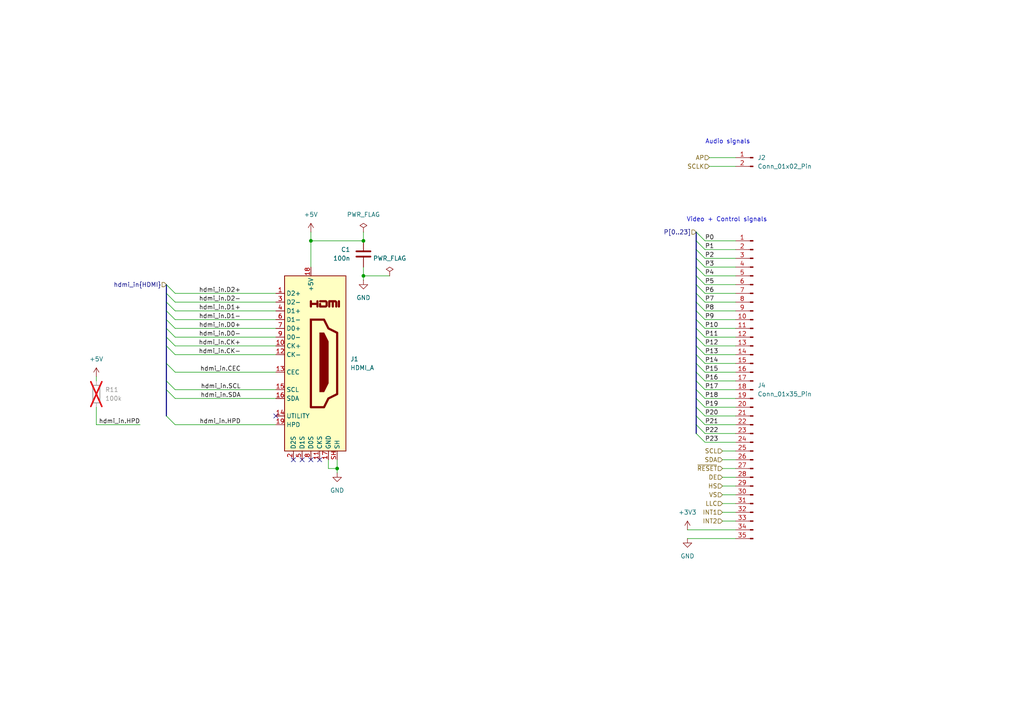
<source format=kicad_sch>
(kicad_sch (version 20231120) (generator "eeschema") (generator_version "8.0")
  (paper "A4")
  (lib_symbols
    (symbol "test_project:Conn_01x02_Pin" (pin_names (offset 1.016) hide)
      (property "Reference" "J" (at 0 2.54 0))
      (property "Value" "Conn_01x02_Pin" (at 0 -5.08 0))
      (symbol "Conn_01x02_Pin_1_1"
        (polyline (pts (xy 1.27 -2.54) (xy 0.8636 -2.54)) (stroke (width 0.1524)))
        (polyline (pts (xy 1.27 0) (xy 0.8636 0)) (stroke (width 0.1524)))
        (rectangle (start 0.8636 -2.413) (end 0 -2.667) (stroke (width 0.1524)) (fill (type outline)))
        (rectangle (start 0.8636 0.127) (end 0 -0.127) (stroke (width 0.1524)) (fill (type outline)))
        (pin passive line (at 5.08 0 180) (length 3.81) (name "Pin_1") (number "1"))
        (pin passive line (at 5.08 -2.54 180) (length 3.81) (name "Pin_2") (number "2"))
      )
    )
    (symbol "test_project:Conn_01x35_Pin" (pin_names (offset 1.016) hide)
      (property "Reference" "J" (at 0 45.72 0))
      (property "Value" "Conn_01x35_Pin" (at 0 -45.72 0))
      (symbol "Conn_01x35_Pin_1_1"
        (polyline (pts (xy 1.27 -43.18) (xy 0.8636 -43.18)) (stroke (width 0.1524)))
        (polyline (pts (xy 1.27 -40.64) (xy 0.8636 -40.64)) (stroke (width 0.1524)))
        (polyline (pts (xy 1.27 -38.1) (xy 0.8636 -38.1)) (stroke (width 0.1524)))
        (polyline (pts (xy 1.27 -35.56) (xy 0.8636 -35.56)) (stroke (width 0.1524)))
        (polyline (pts (xy 1.27 -33.02) (xy 0.8636 -33.02)) (stroke (width 0.1524)))
        (polyline (pts (xy 1.27 -30.48) (xy 0.8636 -30.48)) (stroke (width 0.1524)))
        (polyline (pts (xy 1.27 -27.94) (xy 0.8636 -27.94)) (stroke (width 0.1524)))
        (polyline (pts (xy 1.27 -25.4) (xy 0.8636 -25.4)) (stroke (width 0.1524)))
        (polyline (pts (xy 1.27 -22.86) (xy 0.8636 -22.86)) (stroke (width 0.1524)))
        (polyline (pts (xy 1.27 -20.32) (xy 0.8636 -20.32)) (stroke (width 0.1524)))
        (polyline (pts (xy 1.27 -17.78) (xy 0.8636 -17.78)) (stroke (width 0.1524)))
        (polyline (pts (xy 1.27 -15.24) (xy 0.8636 -15.24)) (stroke (width 0.1524)))
        (polyline (pts (xy 1.27 -12.7) (xy 0.8636 -12.7)) (stroke (width 0.1524)))
        (polyline (pts (xy 1.27 -10.16) (xy 0.8636 -10.16)) (stroke (width 0.1524)))
        (polyline (pts (xy 1.27 -7.62) (xy 0.8636 -7.62)) (stroke (width 0.1524)))
        (polyline (pts (xy 1.27 -5.08) (xy 0.8636 -5.08)) (stroke (width 0.1524)))
        (polyline (pts (xy 1.27 -2.54) (xy 0.8636 -2.54)) (stroke (width 0.1524)))
        (polyline (pts (xy 1.27 0) (xy 0.8636 0)) (stroke (width 0.1524)))
        (polyline (pts (xy 1.27 2.54) (xy 0.8636 2.54)) (stroke (width 0.1524)))
        (polyline (pts (xy 1.27 5.08) (xy 0.8636 5.08)) (stroke (width 0.1524)))
        (polyline (pts (xy 1.27 7.62) (xy 0.8636 7.62)) (stroke (width 0.1524)))
        (polyline (pts (xy 1.27 10.16) (xy 0.8636 10.16)) (stroke (width 0.1524)))
        (polyline (pts (xy 1.27 12.7) (xy 0.8636 12.7)) (stroke (width 0.1524)))
        (polyline (pts (xy 1.27 15.24) (xy 0.8636 15.24)) (stroke (width 0.1524)))
        (polyline (pts (xy 1.27 17.78) (xy 0.8636 17.78)) (stroke (width 0.1524)))
        (polyline (pts (xy 1.27 20.32) (xy 0.8636 20.32)) (stroke (width 0.1524)))
        (polyline (pts (xy 1.27 22.86) (xy 0.8636 22.86)) (stroke (width 0.1524)))
        (polyline (pts (xy 1.27 25.4) (xy 0.8636 25.4)) (stroke (width 0.1524)))
        (polyline (pts (xy 1.27 27.94) (xy 0.8636 27.94)) (stroke (width 0.1524)))
        (polyline (pts (xy 1.27 30.48) (xy 0.8636 30.48)) (stroke (width 0.1524)))
        (polyline (pts (xy 1.27 33.02) (xy 0.8636 33.02)) (stroke (width 0.1524)))
        (polyline (pts (xy 1.27 35.56) (xy 0.8636 35.56)) (stroke (width 0.1524)))
        (polyline (pts (xy 1.27 38.1) (xy 0.8636 38.1)) (stroke (width 0.1524)))
        (polyline (pts (xy 1.27 40.64) (xy 0.8636 40.64)) (stroke (width 0.1524)))
        (polyline (pts (xy 1.27 43.18) (xy 0.8636 43.18)) (stroke (width 0.1524)))
        (rectangle (start 0.8636 -43.053) (end 0 -43.307) (stroke (width 0.1524)) (fill (type outline)))
        (rectangle (start 0.8636 -40.513) (end 0 -40.767) (stroke (width 0.1524)) (fill (type outline)))
        (rectangle (start 0.8636 -37.973) (end 0 -38.227) (stroke (width 0.1524)) (fill (type outline)))
        (rectangle (start 0.8636 -35.433) (end 0 -35.687) (stroke (width 0.1524)) (fill (type outline)))
        (rectangle (start 0.8636 -32.893) (end 0 -33.147) (stroke (width 0.1524)) (fill (type outline)))
        (rectangle (start 0.8636 -30.353) (end 0 -30.607) (stroke (width 0.1524)) (fill (type outline)))
        (rectangle (start 0.8636 -27.813) (end 0 -28.067) (stroke (width 0.1524)) (fill (type outline)))
        (rectangle (start 0.8636 -25.273) (end 0 -25.527) (stroke (width 0.1524)) (fill (type outline)))
        (rectangle (start 0.8636 -22.733) (end 0 -22.987) (stroke (width 0.1524)) (fill (type outline)))
        (rectangle (start 0.8636 -20.193) (end 0 -20.447) (stroke (width 0.1524)) (fill (type outline)))
        (rectangle (start 0.8636 -17.653) (end 0 -17.907) (stroke (width 0.1524)) (fill (type outline)))
        (rectangle (start 0.8636 -15.113) (end 0 -15.367) (stroke (width 0.1524)) (fill (type outline)))
        (rectangle (start 0.8636 -12.573) (end 0 -12.827) (stroke (width 0.1524)) (fill (type outline)))
        (rectangle (start 0.8636 -10.033) (end 0 -10.287) (stroke (width 0.1524)) (fill (type outline)))
        (rectangle (start 0.8636 -7.493) (end 0 -7.747) (stroke (width 0.1524)) (fill (type outline)))
        (rectangle (start 0.8636 -4.953) (end 0 -5.207) (stroke (width 0.1524)) (fill (type outline)))
        (rectangle (start 0.8636 -2.413) (end 0 -2.667) (stroke (width 0.1524)) (fill (type outline)))
        (rectangle (start 0.8636 0.127) (end 0 -0.127) (stroke (width 0.1524)) (fill (type outline)))
        (rectangle (start 0.8636 2.667) (end 0 2.413) (stroke (width 0.1524)) (fill (type outline)))
        (rectangle (start 0.8636 5.207) (end 0 4.953) (stroke (width 0.1524)) (fill (type outline)))
        (rectangle (start 0.8636 7.747) (end 0 7.493) (stroke (width 0.1524)) (fill (type outline)))
        (rectangle (start 0.8636 10.287) (end 0 10.033) (stroke (width 0.1524)) (fill (type outline)))
        (rectangle (start 0.8636 12.827) (end 0 12.573) (stroke (width 0.1524)) (fill (type outline)))
        (rectangle (start 0.8636 15.367) (end 0 15.113) (stroke (width 0.1524)) (fill (type outline)))
        (rectangle (start 0.8636 17.907) (end 0 17.653) (stroke (width 0.1524)) (fill (type outline)))
        (rectangle (start 0.8636 20.447) (end 0 20.193) (stroke (width 0.1524)) (fill (type outline)))
        (rectangle (start 0.8636 22.987) (end 0 22.733) (stroke (width 0.1524)) (fill (type outline)))
        (rectangle (start 0.8636 25.527) (end 0 25.273) (stroke (width 0.1524)) (fill (type outline)))
        (rectangle (start 0.8636 28.067) (end 0 27.813) (stroke (width 0.1524)) (fill (type outline)))
        (rectangle (start 0.8636 30.607) (end 0 30.353) (stroke (width 0.1524)) (fill (type outline)))
        (rectangle (start 0.8636 33.147) (end 0 32.893) (stroke (width 0.1524)) (fill (type outline)))
        (rectangle (start 0.8636 35.687) (end 0 35.433) (stroke (width 0.1524)) (fill (type outline)))
        (rectangle (start 0.8636 38.227) (end 0 37.973) (stroke (width 0.1524)) (fill (type outline)))
        (rectangle (start 0.8636 40.767) (end 0 40.513) (stroke (width 0.1524)) (fill (type outline)))
        (rectangle (start 0.8636 43.307) (end 0 43.053) (stroke (width 0.1524)) (fill (type outline)))
        (pin passive line (at 5.08 43.18 180) (length 3.81) (name "Pin_1") (number "1"))
        (pin passive line (at 5.08 20.32 180) (length 3.81) (name "Pin_10") (number "10"))
        (pin passive line (at 5.08 17.78 180) (length 3.81) (name "Pin_11") (number "11"))
        (pin passive line (at 5.08 15.24 180) (length 3.81) (name "Pin_12") (number "12"))
        (pin passive line (at 5.08 12.7 180) (length 3.81) (name "Pin_13") (number "13"))
        (pin passive line (at 5.08 10.16 180) (length 3.81) (name "Pin_14") (number "14"))
        (pin passive line (at 5.08 7.62 180) (length 3.81) (name "Pin_15") (number "15"))
        (pin passive line (at 5.08 5.08 180) (length 3.81) (name "Pin_16") (number "16"))
        (pin passive line (at 5.08 2.54 180) (length 3.81) (name "Pin_17") (number "17"))
        (pin passive line (at 5.08 0 180) (length 3.81) (name "Pin_18") (number "18"))
        (pin passive line (at 5.08 -2.54 180) (length 3.81) (name "Pin_19") (number "19"))
        (pin passive line (at 5.08 40.64 180) (length 3.81) (name "Pin_2") (number "2"))
        (pin passive line (at 5.08 -5.08 180) (length 3.81) (name "Pin_20") (number "20"))
        (pin passive line (at 5.08 -7.62 180) (length 3.81) (name "Pin_21") (number "21"))
        (pin passive line (at 5.08 -10.16 180) (length 3.81) (name "Pin_22") (number "22"))
        (pin passive line (at 5.08 -12.7 180) (length 3.81) (name "Pin_23") (number "23"))
        (pin passive line (at 5.08 -15.24 180) (length 3.81) (name "Pin_24") (number "24"))
        (pin passive line (at 5.08 -17.78 180) (length 3.81) (name "Pin_25") (number "25"))
        (pin passive line (at 5.08 -20.32 180) (length 3.81) (name "Pin_26") (number "26"))
        (pin passive line (at 5.08 -22.86 180) (length 3.81) (name "Pin_27") (number "27"))
        (pin passive line (at 5.08 -25.4 180) (length 3.81) (name "Pin_28") (number "28"))
        (pin passive line (at 5.08 -27.94 180) (length 3.81) (name "Pin_29") (number "29"))
        (pin passive line (at 5.08 38.1 180) (length 3.81) (name "Pin_3") (number "3"))
        (pin passive line (at 5.08 -30.48 180) (length 3.81) (name "Pin_30") (number "30"))
        (pin passive line (at 5.08 -33.02 180) (length 3.81) (name "Pin_31") (number "31"))
        (pin passive line (at 5.08 -35.56 180) (length 3.81) (name "Pin_32") (number "32"))
        (pin passive line (at 5.08 -38.1 180) (length 3.81) (name "Pin_33") (number "33"))
        (pin passive line (at 5.08 -40.64 180) (length 3.81) (name "Pin_34") (number "34"))
        (pin passive line (at 5.08 -43.18 180) (length 3.81) (name "Pin_35") (number "35"))
        (pin passive line (at 5.08 35.56 180) (length 3.81) (name "Pin_4") (number "4"))
        (pin passive line (at 5.08 33.02 180) (length 3.81) (name "Pin_5") (number "5"))
        (pin passive line (at 5.08 30.48 180) (length 3.81) (name "Pin_6") (number "6"))
        (pin passive line (at 5.08 27.94 180) (length 3.81) (name "Pin_7") (number "7"))
        (pin passive line (at 5.08 25.4 180) (length 3.81) (name "Pin_8") (number "8"))
        (pin passive line (at 5.08 22.86 180) (length 3.81) (name "Pin_9") (number "9"))
      )
    )
    (symbol "test_project:HDMI_A"
      (property "Reference" "J" (at -6.35 26.67 0))
      (property "Value" "HDMI_A" (at 10.16 26.67 0))
      (symbol "HDMI_A_0_0"
        (polyline (pts (xy 8.128 16.51) (xy 8.128 18.034)) (stroke (width 0.635)))
        (polyline (pts (xy 0 16.51) (xy 0 18.034) (xy 0 17.272) (xy 1.905 17.272) (xy 1.905 18.034) (xy 1.905 16.51)) (stroke (width 0.635)))
        (polyline (pts (xy 2.667 18.034) (xy 4.318 18.034) (xy 4.572 17.78) (xy 4.572 16.764) (xy 4.318 16.51) (xy 2.667 16.51) (xy 2.667 17.272)) (stroke (width 0.635)))
      )
      (symbol "HDMI_A_0_1"
        (rectangle (start -7.62 25.4) (end 10.16 -25.4) (stroke (width 0.254)) (fill (type background)))
        (polyline (pts (xy 2.54 8.89) (xy 3.81 8.89) (xy 5.08 6.35) (xy 5.08 -5.715) (xy 3.81 -8.255) (xy 2.54 -8.255) (xy 2.54 8.89)) (fill (type outline)))
        (polyline (pts (xy 5.334 16.51) (xy 5.334 18.034) (xy 6.35 18.034) (xy 6.35 16.51) (xy 6.35 18.034) (xy 7.112 18.034) (xy 7.366 17.78) (xy 7.366 16.51)) (stroke (width 0.635)))
        (polyline (pts (xy 0 12.7) (xy 0 -12.7) (xy 3.81 -12.7) (xy 5.08 -10.16) (xy 7.62 -8.89) (xy 7.62 8.89) (xy 5.08 10.16) (xy 3.81 12.7) (xy 0 12.7)) (stroke (width 0.635)))
      )
      (symbol "HDMI_A_1_1"
        (pin passive line (at -10.16 20.32 0) (length 2.54) (name "D2+") (number "1"))
        (pin passive line (at -10.16 5.08 0) (length 2.54) (name "CK+") (number "10"))
        (pin power_in line (at 2.54 -27.94 90) (length 2.54) (name "CKS") (number "11"))
        (pin passive line (at -10.16 2.54 0) (length 2.54) (name "CK-") (number "12"))
        (pin bidirectional line (at -10.16 -2.54 0) (length 2.54) (name "CEC") (number "13"))
        (pin passive line (at -10.16 -15.24 0) (length 2.54) (name "UTILITY") (number "14"))
        (pin passive line (at -10.16 -7.62 0) (length 2.54) (name "SCL") (number "15"))
        (pin bidirectional line (at -10.16 -10.16 0) (length 2.54) (name "SDA") (number "16"))
        (pin power_in line (at 5.08 -27.94 90) (length 2.54) (name "GND") (number "17"))
        (pin power_in line (at 0 27.94 270) (length 2.54) (name "+5V") (number "18"))
        (pin passive line (at -10.16 -17.78 0) (length 2.54) (name "HPD") (number "19"))
        (pin power_in line (at -5.08 -27.94 90) (length 2.54) (name "D2S") (number "2"))
        (pin passive line (at -10.16 17.78 0) (length 2.54) (name "D2-") (number "3"))
        (pin passive line (at -10.16 15.24 0) (length 2.54) (name "D1+") (number "4"))
        (pin power_in line (at -2.54 -27.94 90) (length 2.54) (name "D1S") (number "5"))
        (pin passive line (at -10.16 12.7 0) (length 2.54) (name "D1-") (number "6"))
        (pin passive line (at -10.16 10.16 0) (length 2.54) (name "D0+") (number "7"))
        (pin power_in line (at 0 -27.94 90) (length 2.54) (name "D0S") (number "8"))
        (pin passive line (at -10.16 7.62 0) (length 2.54) (name "D0-") (number "9"))
        (pin passive line (at 7.62 -27.94 90) (length 2.54) (name "SH") (number "SH"))
      )
    )
    (symbol "test_project:C" (pin_numbers hide) (pin_names (offset 0.254))
      (property "Reference" "C" (at 0.635 2.54 0))
      (property "Value" "C" (at 0.635 -2.54 0))
      (symbol "C_0_1"
        (polyline (pts (xy -2.032 -0.762) (xy 2.032 -0.762)) (stroke (width 0.508)))
        (polyline (pts (xy -2.032 0.762) (xy 2.032 0.762)) (stroke (width 0.508)))
      )
      (symbol "C_1_1"
        (pin passive line (at 0 3.81 270) (length 2.794) (name "~") (number "1"))
        (pin passive line (at 0 -3.81 90) (length 2.794) (name "~") (number "2"))
      )
    )
    (symbol "test_project:R" (pin_numbers hide) (pin_names (offset 0))
      (property "Reference" "R" (at 2.032 0 90))
      (property "Value" "R" (at 0 0 90))
      (symbol "R_0_1"
        (rectangle (start -1.016 -2.54) (end 1.016 2.54) (stroke (width 0.254)))
      )
      (symbol "R_1_1"
        (pin passive line (at 0 3.81 270) (length 1.27) (name "~") (number "1"))
        (pin passive line (at 0 -3.81 90) (length 1.27) (name "~") (number "2"))
      )
    )
    (symbol "test_project:+3V3" (power) (pin_numbers hide) (pin_names (offset 0) hide)
      (property "Value" "+3V3" (at 0 3.556 0))
      (symbol "+3V3_0_1"
        (polyline (pts (xy -0.762 1.27) (xy 0 2.54)))
        (polyline (pts (xy 0 0) (xy 0 2.54)))
        (polyline (pts (xy 0 2.54) (xy 0.762 1.27)))
      )
      (symbol "+3V3_1_1"
        (pin power_in line (at 0 0 90) (length 0) (name "~") (number "1"))
      )
    )
    (symbol "test_project:+5V" (power) (pin_numbers hide) (pin_names (offset 0) hide)
      (property "Value" "+5V" (at 0 3.556 0))
      (symbol "+5V_0_1"
        (polyline (pts (xy -0.762 1.27) (xy 0 2.54)))
        (polyline (pts (xy 0 0) (xy 0 2.54)))
        (polyline (pts (xy 0 2.54) (xy 0.762 1.27)))
      )
      (symbol "+5V_1_1"
        (pin power_in line (at 0 0 90) (length 0) (name "~") (number "1"))
      )
    )
    (symbol "test_project:GND" (power) (pin_numbers hide) (pin_names (offset 0) hide)
      (property "Value" "GND" (at 0 -3.81 0))
      (symbol "GND_0_1"
        (polyline (pts (xy 0 0) (xy 0 -1.27) (xy 1.27 -1.27) (xy 0 -2.54) (xy -1.27 -1.27) (xy 0 -1.27)))
      )
      (symbol "GND_1_1"
        (pin power_in line (at 0 0 270) (length 0) (name "~") (number "1"))
      )
    )
    (symbol "test_project:PWR_FLAG" (power) (pin_numbers hide) (pin_names (offset 0) hide)
      (property "Value" "PWR_FLAG" (at 0 3.81 0))
      (symbol "PWR_FLAG_0_0"
        (pin power_out line (at 0 0 90) (length 0) (name "~") (number "1"))
      )
      (symbol "PWR_FLAG_0_1"
        (polyline (pts (xy 0 0) (xy 0 1.27) (xy -1.016 1.905) (xy 0 2.54) (xy 1.016 1.905) (xy 0 1.27)))
      )
    )
  )
  (junction (at 90.17 69.85))
  (junction (at 97.79 135.89))
  (junction (at 105.41 69.85))
  (junction (at 105.41 80.01))
  (no_connect (at 87.63 133.35))
  (no_connect (at 90.17 133.35))
  (no_connect (at 80.01 120.65))
  (no_connect (at 85.09 133.35))
  (no_connect (at 92.71 133.35))
  (bus_entry (at 48.26 90.17) (size 2.54 2.54))
  (bus_entry (at 204.47 102.87) (size -2.54 -2.54))
  (bus_entry (at 48.26 110.49) (size 2.54 2.54))
  (bus_entry (at 48.26 97.79) (size 2.54 2.54))
  (bus_entry (at 48.26 113.03) (size 2.54 2.54))
  (bus_entry (at 204.47 128.27) (size -2.54 -2.54))
  (bus_entry (at 204.47 105.41) (size -2.54 -2.54))
  (bus_entry (at 48.26 85.09) (size 2.54 2.54))
  (bus_entry (at 204.47 85.09) (size -2.54 -2.54))
  (bus_entry (at 204.47 97.79) (size -2.54 -2.54))
  (bus_entry (at 48.26 92.71) (size 2.54 2.54))
  (bus_entry (at 48.26 82.55) (size 2.54 2.54))
  (bus_entry (at 48.26 100.33) (size 2.54 2.54))
  (bus_entry (at 48.26 120.65) (size 2.54 2.54))
  (bus_entry (at 204.47 77.47) (size -2.54 -2.54))
  (bus_entry (at 204.47 113.03) (size -2.54 -2.54))
  (bus_entry (at 204.47 92.71) (size -2.54 -2.54))
  (bus_entry (at 204.47 120.65) (size -2.54 -2.54))
  (bus_entry (at 204.47 118.11) (size -2.54 -2.54))
  (bus_entry (at 48.26 95.25) (size 2.54 2.54))
  (bus_entry (at 204.47 95.25) (size -2.54 -2.54))
  (bus_entry (at 204.47 123.19) (size -2.54 -2.54))
  (bus_entry (at 48.26 105.41) (size 2.54 2.54))
  (bus_entry (at 204.47 125.73) (size -2.54 -2.54))
  (bus_entry (at 201.93 67.31) (size 2.54 2.54))
  (bus_entry (at 204.47 87.63) (size -2.54 -2.54))
  (bus_entry (at 204.47 100.33) (size -2.54 -2.54))
  (bus_entry (at 48.26 87.63) (size 2.54 2.54))
  (bus_entry (at 204.47 115.57) (size -2.54 -2.54))
  (bus_entry (at 204.47 80.01) (size -2.54 -2.54))
  (bus_entry (at 204.47 72.39) (size -2.54 -2.54))
  (bus_entry (at 204.47 74.93) (size -2.54 -2.54))
  (bus_entry (at 204.47 110.49) (size -2.54 -2.54))
  (bus_entry (at 204.47 82.55) (size -2.54 -2.54))
  (bus_entry (at 204.47 90.17) (size -2.54 -2.54))
  (bus_entry (at 204.47 107.95) (size -2.54 -2.54))
  (wire (pts (xy 199.39 156.21) (xy 213.36 156.21)))
  (wire (pts (xy 27.94 118.11) (xy 27.94 123.19)))
  (wire (pts (xy 105.41 67.31) (xy 105.41 69.85)))
  (wire (pts (xy 209.55 146.05) (xy 213.36 146.05)))
  (wire (pts (xy 209.55 133.35) (xy 213.36 133.35)))
  (wire (pts (xy 209.55 135.89) (xy 213.36 135.89)))
  (wire (pts (xy 50.8 102.87) (xy 80.01 102.87)))
  (wire (pts (xy 105.41 77.47) (xy 105.41 80.01)))
  (wire (pts (xy 209.55 130.81) (xy 213.36 130.81)))
  (bus (pts (xy 48.26 100.33) (xy 48.26 105.41)))
  (bus (pts (xy 201.93 110.49) (xy 201.93 113.03)))
  (bus (pts (xy 201.93 74.93) (xy 201.93 77.47)))
  (wire (pts (xy 97.79 135.89) (xy 95.25 135.89)))
  (wire (pts (xy 213.36 97.79) (xy 204.47 97.79)))
  (wire (pts (xy 213.36 85.09) (xy 204.47 85.09)))
  (wire (pts (xy 209.55 140.97) (xy 213.36 140.97)))
  (bus (pts (xy 201.93 69.85) (xy 201.93 72.39)))
  (bus (pts (xy 201.93 107.95) (xy 201.93 110.49)))
  (bus (pts (xy 201.93 115.57) (xy 201.93 118.11)))
  (bus (pts (xy 48.26 92.71) (xy 48.26 95.25)))
  (bus (pts (xy 48.26 113.03) (xy 48.26 120.65)))
  (bus (pts (xy 48.26 90.17) (xy 48.26 92.71)))
  (wire (pts (xy 213.36 118.11) (xy 204.47 118.11)))
  (wire (pts (xy 213.36 87.63) (xy 204.47 87.63)))
  (bus (pts (xy 201.93 105.41) (xy 201.93 107.95)))
  (bus (pts (xy 201.93 82.55) (xy 201.93 85.09)))
  (wire (pts (xy 50.8 97.79) (xy 80.01 97.79)))
  (wire (pts (xy 50.8 100.33) (xy 80.01 100.33)))
  (bus (pts (xy 48.26 95.25) (xy 48.26 97.79)))
  (wire (pts (xy 213.36 120.65) (xy 204.47 120.65)))
  (wire (pts (xy 50.8 95.25) (xy 80.01 95.25)))
  (bus (pts (xy 48.26 105.41) (xy 48.26 110.49)))
  (wire (pts (xy 90.17 69.85) (xy 90.17 77.47)))
  (wire (pts (xy 213.36 113.03) (xy 204.47 113.03)))
  (wire (pts (xy 105.41 80.01) (xy 105.41 81.28)))
  (wire (pts (xy 213.36 80.01) (xy 204.47 80.01)))
  (bus (pts (xy 201.93 87.63) (xy 201.93 90.17)))
  (wire (pts (xy 105.41 69.85) (xy 90.17 69.85)))
  (wire (pts (xy 213.36 102.87) (xy 204.47 102.87)))
  (wire (pts (xy 213.36 95.25) (xy 204.47 95.25)))
  (wire (pts (xy 204.47 69.85) (xy 213.36 69.85)))
  (bus (pts (xy 201.93 85.09) (xy 201.93 87.63)))
  (bus (pts (xy 201.93 120.65) (xy 201.93 123.19)))
  (wire (pts (xy 50.8 107.95) (xy 80.01 107.95)))
  (wire (pts (xy 209.55 138.43) (xy 213.36 138.43)))
  (wire (pts (xy 105.41 80.01) (xy 113.03 80.01)))
  (wire (pts (xy 50.8 113.03) (xy 80.01 113.03)))
  (wire (pts (xy 213.36 115.57) (xy 204.47 115.57)))
  (wire (pts (xy 213.36 123.19) (xy 204.47 123.19)))
  (wire (pts (xy 97.79 133.35) (xy 97.79 135.89)))
  (wire (pts (xy 50.8 123.19) (xy 80.01 123.19)))
  (wire (pts (xy 209.55 143.51) (xy 213.36 143.51)))
  (wire (pts (xy 213.36 48.26) (xy 205.74 48.26)))
  (bus (pts (xy 201.93 95.25) (xy 201.93 97.79)))
  (bus (pts (xy 201.93 67.31) (xy 201.93 69.85)))
  (bus (pts (xy 48.26 82.55) (xy 48.26 85.09)))
  (wire (pts (xy 213.36 107.95) (xy 204.47 107.95)))
  (wire (pts (xy 27.94 109.22) (xy 27.94 110.49)))
  (bus (pts (xy 48.26 87.63) (xy 48.26 90.17)))
  (bus (pts (xy 201.93 77.47) (xy 201.93 80.01)))
  (wire (pts (xy 213.36 110.49) (xy 204.47 110.49)))
  (wire (pts (xy 97.79 135.89) (xy 97.79 137.16)))
  (wire (pts (xy 50.8 85.09) (xy 80.01 85.09)))
  (wire (pts (xy 213.36 105.41) (xy 204.47 105.41)))
  (wire (pts (xy 199.39 153.67) (xy 213.36 153.67)))
  (bus (pts (xy 48.26 110.49) (xy 48.26 113.03)))
  (bus (pts (xy 201.93 90.17) (xy 201.93 92.71)))
  (bus (pts (xy 201.93 113.03) (xy 201.93 115.57)))
  (wire (pts (xy 213.36 74.93) (xy 204.47 74.93)))
  (bus (pts (xy 201.93 97.79) (xy 201.93 100.33)))
  (bus (pts (xy 201.93 72.39) (xy 201.93 74.93)))
  (bus (pts (xy 201.93 118.11) (xy 201.93 120.65)))
  (wire (pts (xy 209.55 151.13) (xy 213.36 151.13)))
  (bus (pts (xy 48.26 85.09) (xy 48.26 87.63)))
  (wire (pts (xy 95.25 133.35) (xy 95.25 135.89)))
  (bus (pts (xy 201.93 100.33) (xy 201.93 102.87)))
  (bus (pts (xy 201.93 80.01) (xy 201.93 82.55)))
  (wire (pts (xy 213.36 45.72) (xy 205.74 45.72)))
  (bus (pts (xy 201.93 102.87) (xy 201.93 105.41)))
  (wire (pts (xy 213.36 100.33) (xy 204.47 100.33)))
  (wire (pts (xy 50.8 115.57) (xy 80.01 115.57)))
  (wire (pts (xy 204.47 72.39) (xy 213.36 72.39)))
  (bus (pts (xy 201.93 123.19) (xy 201.93 125.73)))
  (bus (pts (xy 48.26 97.79) (xy 48.26 100.33)))
  (wire (pts (xy 40.64 123.19) (xy 27.94 123.19)))
  (wire (pts (xy 213.36 90.17) (xy 204.47 90.17)))
  (wire (pts (xy 209.55 148.59) (xy 213.36 148.59)))
  (wire (pts (xy 90.17 67.31) (xy 90.17 69.85)))
  (wire (pts (xy 50.8 90.17) (xy 80.01 90.17)))
  (wire (pts (xy 213.36 128.27) (xy 204.47 128.27)))
  (bus (pts (xy 201.93 92.71) (xy 201.93 95.25)))
  (wire (pts (xy 213.36 82.55) (xy 204.47 82.55)))
  (wire (pts (xy 213.36 77.47) (xy 204.47 77.47)))
  (wire (pts (xy 213.36 92.71) (xy 204.47 92.71)))
  (wire (pts (xy 50.8 87.63) (xy 80.01 87.63)))
  (wire (pts (xy 213.36 125.73) (xy 204.47 125.73)))
  (wire (pts (xy 50.8 92.71) (xy 80.01 92.71)))
  (text "Audio signals" (at 211.074 41.148 0) (effects (font (size 1.27 1.27))))
  (text "Video + Control signals" (at 210.82 63.754 0) (effects (font (size 1.27 1.27))))
  (label "P18" (at 204.47 115.57 0))
  (label "P9" (at 204.47 92.71 0))
  (label "P20" (at 204.47 120.65 0))
  (label "P0" (at 204.47 69.85 0))
  (label "hdmi_in.HPD" (at 69.85 123.19 180))
  (label "P17" (at 204.47 113.03 0))
  (label "hdmi_in.D0-" (at 69.85 97.79 180))
  (label "P3" (at 204.47 77.47 0))
  (label "P6" (at 204.47 85.09 0))
  (label "hdmi_in.CK+" (at 69.85 100.33 180))
  (label "hdmi_in.D2-" (at 69.85 87.63 180))
  (label "P10" (at 204.47 95.25 0))
  (label "P16" (at 204.47 110.49 0))
  (label "P1" (at 204.47 72.39 0))
  (label "P21" (at 204.47 123.19 0))
  (label "P4" (at 204.47 80.01 0))
  (label "P23" (at 204.47 128.27 0))
  (label "hdmi_in.D1+" (at 69.85 90.17 180))
  (label "P15" (at 204.47 107.95 0))
  (label "P8" (at 204.47 90.17 0))
  (label "hdmi_in.D1-" (at 69.85 92.71 180))
  (label "hdmi_in.HPD" (at 40.64 123.19 180))
  (label "P22" (at 204.47 125.73 0))
  (label "hdmi_in.CK-" (at 69.85 102.87 180))
  (label "P5" (at 204.47 82.55 0))
  (label "P19" (at 204.47 118.11 0))
  (label "P11" (at 204.47 97.79 0))
  (label "P12" (at 204.47 100.33 0))
  (label "hdmi_in.D0+" (at 69.85 95.25 180))
  (label "hdmi_in.SCL" (at 69.85 113.03 180))
  (label "P13" (at 204.47 102.87 0))
  (label "hdmi_in.D2+" (at 69.85 85.09 180))
  (label "hdmi_in.CEC" (at 69.85 107.95 180))
  (label "P14" (at 204.47 105.41 0))
  (label "hdmi_in.SDA" (at 69.85 115.57 180))
  (label "P7" (at 204.47 87.63 0))
  (label "P2" (at 204.47 74.93 0))
  (hierarchical_label "SCL" (shape input) (at 209.55 130.81 180))
  (hierarchical_label "AP" (shape input) (at 205.74 45.72 180))
  (hierarchical_label "P[0..23]" (shape input) (at 201.93 67.31 180))
  (hierarchical_label "~{RESET}" (shape input) (at 209.55 135.89 180))
  (hierarchical_label "INT2" (shape input) (at 209.55 151.13 180))
  (hierarchical_label "DE" (shape input) (at 209.55 138.43 180))
  (hierarchical_label "VS" (shape input) (at 209.55 143.51 180))
  (hierarchical_label "SDA" (shape input) (at 209.55 133.35 180))
  (hierarchical_label "LLC" (shape input) (at 209.55 146.05 180))
  (hierarchical_label "HS" (shape input) (at 209.55 140.97 180))
  (hierarchical_label "hdmi_in{HDMI}" (shape input) (at 48.26 82.55 180))
  (hierarchical_label "INT1" (shape input) (at 209.55 148.59 180))
  (hierarchical_label "SCLK" (shape input) (at 205.74 48.26 180))
  (symbol (lib_id "test_project:HDMI_A") (at 90.17 105.41 0) (unit 1)
    (property "Reference" "J1" (at 101.6 104.1399 0) (effects (justify left)))
    (property "Value" "HDMI_A" (at 101.6 106.6799 0) (effects (justify left)))
    (property "Footprint" "test_project-footprints:HDMI_A_Amphenol_10029449-x01xLF_Horizontal" (effects (hide yes)))
    (property "Datasheet" "https://en.wikipedia.org/wiki/HDMI" (effects (hide yes)))
    (property "Description" "HDMI type A connector" (effects (hide yes)))
  )
  (symbol (lib_id "test_project:PWR_FLAG") (at 113.03 80.01 0) (unit 1)
    (property "Reference" "#FLG02" (effects (hide yes)))
    (property "Value" "PWR_FLAG" (at 113.03 74.93 0))
    (property "Description" "Special symbol for telling ERC where power comes from" (effects (hide yes)))
  )
  (symbol (lib_id "test_project:GND") (at 97.79 137.16 0) (mirror y) (unit 1)
    (property "Reference" "#PWR02" (effects (hide yes)))
    (property "Value" "GND" (at 97.79 142.24 0))
    (property "Description" "Power symbol creates a global label with name \"GND\" , ground" (effects (hide yes)))
  )
  (symbol (lib_id "test_project:Conn_01x02_Pin") (at 218.44 45.72 0) (mirror y) (unit 1)
    (property "Reference" "J2" (at 219.71 45.7199 0) (effects (justify right)))
    (property "Value" "Conn_01x02_Pin" (at 219.71 48.2599 0) (effects (justify right)))
    (property "Footprint" "test_project-footprints:JST_XH_B2B-XH-AM_1x02_P2.50mm_Vertical" (effects (hide yes)))
    (property "Description" "Generic connector, single row, 01x02, script generated" (effects (hide yes)))
  )
  (symbol (lib_id "test_project:C") (at 105.41 73.66 0) (mirror y) (unit 1)
    (property "Reference" "C1" (at 101.6 72.3899 0) (effects (justify left)))
    (property "Value" "100n" (at 101.6 74.9299 0) (effects (justify left)))
    (property "Footprint" "test_project-footprints:C_0402_1005Metric" (effects (hide yes)))
    (property "Description" "Unpolarized capacitor" (effects (hide yes)))
  )
  (symbol (lib_id "test_project:GND") (at 199.39 156.21 0) (unit 1)
    (property "Reference" "#PWR039" (effects (hide yes)))
    (property "Value" "GND" (at 199.39 161.29 0))
    (property "Description" "Power symbol creates a global label with name \"GND\" , ground" (effects (hide yes)))
  )
  (symbol (lib_id "test_project:+3V3") (at 199.39 153.67 0) (unit 1)
    (property "Reference" "#PWR040" (effects (hide yes)))
    (property "Value" "+3V3" (at 199.39 148.59 0))
    (property "Description" "Power symbol creates a global label with name \"+3V3\"" (effects (hide yes)))
  )
  (symbol (lib_id "test_project:+5V") (at 27.94 109.22 0) (unit 1)
    (property "Reference" "#PWR038" (effects (hide yes)))
    (property "Value" "+5V" (at 27.94 104.14 0))
    (property "Description" "Power symbol creates a global label with name \"+5V\"" (effects (hide yes)))
  )
  (symbol (lib_id "test_project:Conn_01x35_Pin") (at 218.44 113.03 0) (mirror y) (unit 1)
    (property "Reference" "J4" (at 219.71 111.7599 0) (effects (justify right)))
    (property "Value" "Conn_01x35_Pin" (at 219.71 114.2999 0) (effects (justify right)))
    (property "Footprint" "test_project-footprints:PinHeader_1x35_P1.00mm_Vertical_SMD_Pin1Left" (effects (hide yes)))
    (property "Description" "Generic connector, single row, 01x35, script generated" (effects (hide yes)))
  )
  (symbol (lib_id "test_project:PWR_FLAG") (at 105.41 67.31 0) (unit 1)
    (property "Reference" "#FLG01" (effects (hide yes)))
    (property "Value" "PWR_FLAG" (at 105.41 62.23 0))
    (property "Description" "Special symbol for telling ERC where power comes from" (effects (hide yes)))
  )
  (symbol (lib_id "test_project:GND") (at 105.41 81.28 0) (mirror y) (unit 1)
    (property "Reference" "#PWR01" (effects (hide yes)))
    (property "Value" "GND" (at 105.41 86.36 0))
    (property "Description" "Power symbol creates a global label with name \"GND\" , ground" (effects (hide yes)))
  )
  (symbol (lib_id "test_project:+5V") (at 90.17 67.31 0) (mirror y) (unit 1)
    (property "Reference" "#PWR03" (effects (hide yes)))
    (property "Value" "+5V" (at 90.17 62.23 0))
    (property "Description" "Power symbol creates a global label with name \"+5V\"" (effects (hide yes)))
  )
  (symbol (lib_id "test_project:R") (at 27.94 114.3 0) (unit 1) (in_bom no) (dnp yes)
    (property "Reference" "R11" (at 30.48 113.0299 0) (effects (justify left)))
    (property "Value" "100k" (at 30.48 115.5699 0) (effects (justify left)))
    (property "Footprint" "test_project-footprints:R_0402_1005Metric" (effects (hide yes)))
    (property "Description" "Resistor" (effects (hide yes)))
  )
)
</source>
